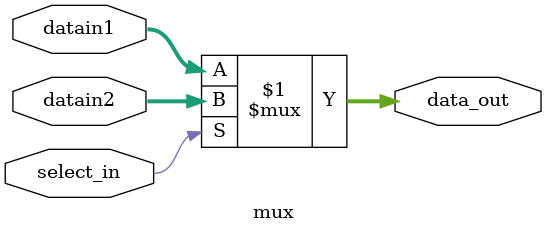
<source format=v>
`timescale 1ns / 1ps
module mux( select_in, datain1, datain2, data_out   );

// Parameters 
parameter WORD_SIZE = 5 ; 

// Input and outputs 
// Modelling with Continuous Assignments 

input  wire select_in ;  
input  wire [WORD_SIZE-1:0] datain1 ; 
input  wire [WORD_SIZE-1:0] datain2 ; 
output wire [WORD_SIZE-1:0] data_out ;

assign data_out = (select_in) ? datain2 : datain1;

endmodule

</source>
